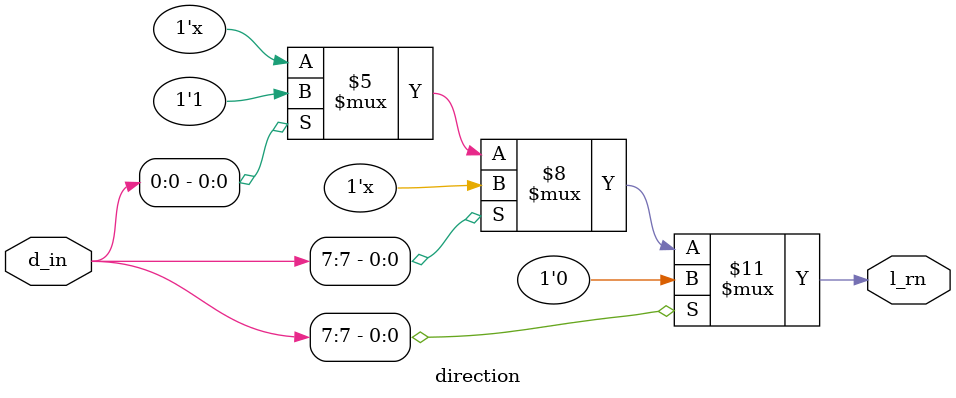
<source format=v>


`timescale 1ns / 1ps  // Define time scale in the Verilog file


module direction #(parameter N=8) (l_rn,d_in);
	input [N-1:0] d_in;
	output l_rn;
	reg l_rn;
	
	
	always @(*)
	if( d_in[N-1] == 1)
		l_rn = 0;
	else if(d_in[0] == 1)
		l_rn= 1;
		
	
endmodule
	


</source>
